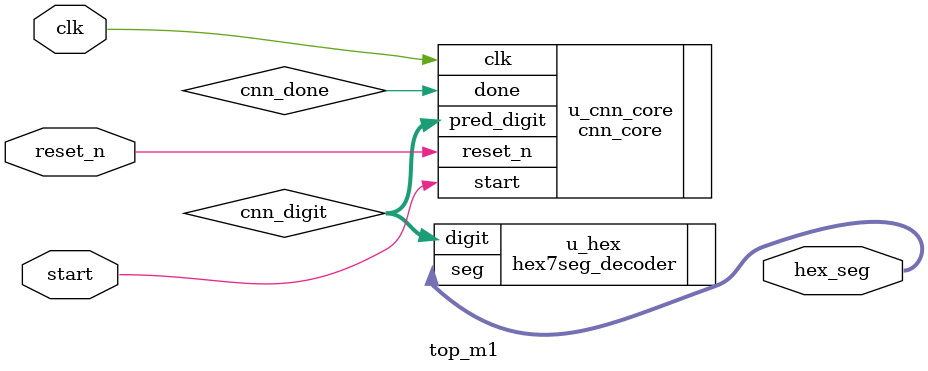
<source format=v>
module top_m1 (
    input  wire clk,
    input  wire reset_n,
    input  wire start,
    output wire [6:0] hex_seg    // active-low 7-seg output
);

    wire        cnn_done;
    wire [3:0]  cnn_digit;

    // Instantiate your CNN core
    cnn_core u_cnn_core (
        .clk        (clk),
        .reset_n    (reset_n),
        .start      (start),
        .done       (cnn_done),
        .pred_digit (cnn_digit)
    );

    // Instantiate 7-seg decoder
    hex7seg_decoder u_hex (
        .digit (cnn_digit),
        .seg   (hex_seg)
    );

endmodule

</source>
